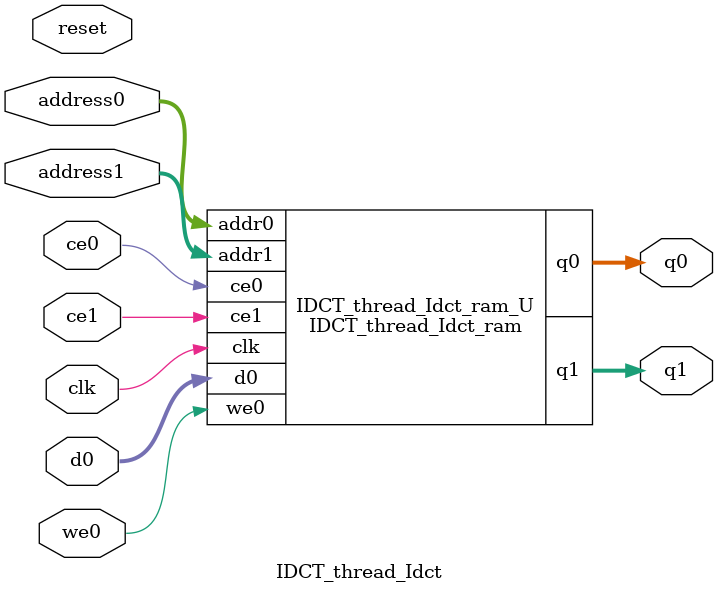
<source format=v>

`timescale 1 ns / 1 ps
module IDCT_thread_Idct_ram (addr0, ce0, d0, we0, q0, addr1, ce1, q1,  clk);

parameter DWIDTH = 8;
parameter AWIDTH = 6;
parameter MEM_SIZE = 64;

input[AWIDTH-1:0] addr0;
input ce0;
input[DWIDTH-1:0] d0;
input we0;
output reg[DWIDTH-1:0] q0;
input[AWIDTH-1:0] addr1;
input ce1;
output reg[DWIDTH-1:0] q1;
input clk;

(* ram_style = "block" *)reg [DWIDTH-1:0] ram[MEM_SIZE-1:0];




always @(posedge clk)  
begin 
    if (ce0) 
    begin
        if (we0) 
        begin 
            ram[addr0] <= d0; 
            q0 <= d0;
        end 
        else 
            q0 <= ram[addr0];
    end
end


always @(posedge clk)  
begin 
    if (ce1) 
    begin
            q1 <= ram[addr1];
    end
end


endmodule


`timescale 1 ns / 1 ps
module IDCT_thread_Idct(
    reset,
    clk,
    address0,
    ce0,
    we0,
    d0,
    q0,
    address1,
    ce1,
    q1);

parameter DataWidth = 32'd8;
parameter AddressRange = 32'd64;
parameter AddressWidth = 32'd6;
input reset;
input clk;
input[AddressWidth - 1:0] address0;
input ce0;
input we0;
input[DataWidth - 1:0] d0;
output[DataWidth - 1:0] q0;
input[AddressWidth - 1:0] address1;
input ce1;
output[DataWidth - 1:0] q1;



IDCT_thread_Idct_ram IDCT_thread_Idct_ram_U(
    .clk( clk ),
    .addr0( address0 ),
    .ce0( ce0 ),
    .d0( d0 ),
    .we0( we0 ),
    .q0( q0 ),
    .addr1( address1 ),
    .ce1( ce1 ),
    .q1( q1 ));

endmodule


</source>
